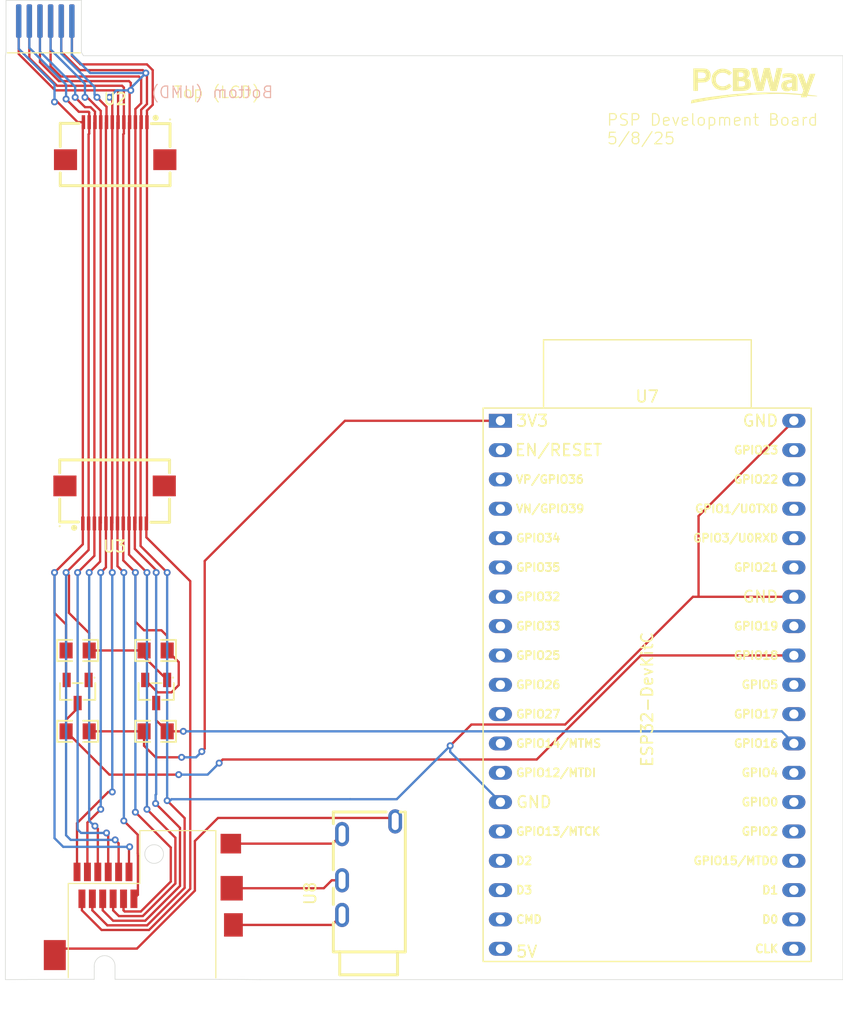
<source format=kicad_pcb>
(kicad_pcb (version 20240108) (generator "pcbnew") (generator_version "8.0")
  (layers (0 "F.Cu" signal) (31 "B.Cu" signal) (34 "B.Paste" user) (35 "F.Paste" user) (36 "B.SilkS" user "B.Silkscreen") (37 "F.SilkS" user "F.Silkscreen") (38 "B.Mask" user) (39 "F.Mask" user) (44 "Edge.Cuts" user))
  (net 0 "")
  (net 1 "/OUT_UART_VCC")
  (net 2 "/OUT_PSPRX")
  (net 3 "/PSPRX")
  (net 4 "/PSP_UART_VCC")
  (net 5 "/PSPTX")
  (net 6 "/OUT_PSPTX")
  (net 7 "/PSP_BLUE_LUME_PB")
  (net 8 "/PSP_WAKE")
  (net 9 "/GND")
  (net 10 "/PSP_VIDEO_DETECT")
  (net 11 "/LUMA_Y")
  (net 12 "/RED_LUMA_PR")
  (net 13 "/PSPMICIN")
  (net 18 "/audio4")
  (net 19 "/audio3")
  (net 20 "/audio2")
  (net 21 "/audio1")
  (footprint "jlcpcb:logo" (layer "F.Cu") (at 224.25 58.5)
    (property "Reference" "G***" (hide yes))
    (property "Value" "LOGO" (hide yes))
  )
  (footprint "jlcpcb:R0805" (layer "F.Cu") (at 165.75 107.5)
    (property "Reference" "R2" (hide yes))
    (property "Value" "0805W8F1002T5E")
    (pad "1" smd rect (at -1 0) (size 1.132537 1.377013) (layers "F.Cu" "F.Paste" "F.Mask") (net 3 "/PSPRX"))
    (pad "2" smd rect (at 1 0) (size 1.132537 1.377013) (layers "F.Cu" "F.Paste" "F.Mask") (net 4 "/PSP_UART_VCC"))
  )
  (footprint "PCM_Espressif:ESP32-DevKitC" (layer "F.Cu") (at 202.35 87.61)
    (property "Reference" "U7" (at 12.7 -2.1 0) (layer "F.SilkS"))
    (property "Value" "ESP32-DevKitC" (at 12.7 24.13 90) (layer "F.SilkS"))
    (fp_text user "GPIO18" (at 24.13 20.32 0) (layer "F.SilkS") (effects (font (size 0.7 0.7)) (justify right)))
    (fp_text user "GPIO23" (at 24.13 2.54 0) (layer "F.SilkS") (effects (font (size 0.7 0.7)) (justify right)))
    (fp_text user "D2" (at 1.27 38.1 0) (layer "F.SilkS") (effects (font (size 0.7 0.7)) (justify left)))
    (fp_text user "GPIO12/MTDI" (at 1.27 30.48 0) (layer "F.SilkS") (effects (font (size 0.7 0.7)) (justify left)))
    (fp_text user "GPIO32" (at 1.27 15.24 0) (layer "F.SilkS") (effects (font (size 0.7 0.7)) (justify left)))
    (fp_text user "GPIO26" (at 1.27 22.86 0) (layer "F.SilkS") (effects (font (size 0.7 0.7)) (justify left)))
    (fp_text user "GPIO1/U0TXD" (at 24.13 7.62 0) (layer "F.SilkS") (effects (font (size 0.7 0.7)) (justify right)))
    (fp_text user "GPIO21" (at 24.13 12.7 0) (layer "F.SilkS") (effects (font (size 0.7 0.7)) (justify right)))
    (fp_text user "GPIO17" (at 24.13 25.4 0) (layer "F.SilkS") (effects (font (size 0.7 0.7)) (justify right)))
    (fp_text user "D0" (at 24.13 43.18 0) (layer "F.SilkS") (effects (font (size 0.7 0.7)) (justify right)))
    (fp_text user "D3" (at 1.27 40.64 0) (layer "F.SilkS") (effects (font (size 0.7 0.7)) (justify left)))
    (fp_text user "3V3" (at 1.27 0 0) (layer "F.SilkS") (effects (justify left)))
    (fp_text user "CLK" (at 24.13 45.72 0) (layer "F.SilkS") (effects (font (size 0.7 0.7)) (justify right)))
    (fp_text user "EN/RESET" (at 8.88632 2.53728 0) (layer "F.SilkS") (effects (justify right)))
    (fp_text user "D1" (at 24.13 40.64 0) (layer "F.SilkS") (effects (font (size 0.7 0.7)) (justify right)))
    (fp_text user "GPIO15/MTDO" (at 24.13 38.1 0) (layer "F.SilkS") (effects (font (size 0.7 0.7)) (justify right)))
    (fp_text user "GPIO14/MTMS" (at 1.27 27.94 0) (layer "F.SilkS") (effects (font (size 0.7 0.7)) (justify left)))
    (fp_text user "GPIO2" (at 24.13 35.56 0) (layer "F.SilkS") (effects (font (size 0.7 0.7)) (justify right)))
    (fp_text user "CMD" (at 1.27 43.18 0) (layer "F.SilkS") (effects (font (size 0.7 0.7)) (justify left)))
    (fp_text user "GPIO19" (at 24.13 17.78 0) (layer "F.SilkS") (effects (font (size 0.7 0.7)) (justify right)))
    (fp_text user "GPIO4" (at 24.13 30.48 0) (layer "F.SilkS") (effects (font (size 0.7 0.7)) (justify right)))
    (fp_text user "GPIO5" (at 24.13 22.86 0) (layer "F.SilkS") (effects (font (size 0.7 0.7)) (justify right)))
    (fp_text user "GPIO25" (at 1.27 20.32 0) (layer "F.SilkS") (effects (font (size 0.7 0.7)) (justify left)))
    (fp_text user "GPIO34" (at 1.27 10.16 0) (layer "F.SilkS") (effects (font (size 0.7 0.7)) (justify left)))
    (fp_text user "VP/GPIO36" (at 1.27 5.08 0) (layer "F.SilkS") (effects (font (size 0.7 0.7)) (justify left)))
    (fp_text user "GPIO35" (at 1.27 12.7 0) (layer "F.SilkS") (effects (font (size 0.7 0.7)) (justify left)))
    (fp_text user "5V" (at 1.26632 45.97128 0) (layer "F.SilkS") (effects (justify left)))
    (fp_text user "GPIO3/U0RXD" (at 24.13 10.16 0) (layer "F.SilkS") (effects (font (size 0.7 0.7)) (justify right)))
    (fp_text user "GPIO13/MTCK" (at 1.27 35.56 0) (layer "F.SilkS") (effects (font (size 0.7 0.7)) (justify left)))
    (fp_text user "GPIO27" (at 1.27 25.4 0) (layer "F.SilkS") (effects (font (size 0.7 0.7)) (justify left)))
    (fp_text user "GND" (at 24.13 15.24 0) (layer "F.SilkS") (effects (justify right)))
    (fp_text user "GND" (at 24.13 0 0) (layer "F.SilkS") (effects (justify right)))
    (fp_text user "GPIO22" (at 24.13 5.08 0) (layer "F.SilkS") (effects (font (size 0.7 0.7)) (justify right)))
    (fp_text user "GPIO0" (at 24.13 33.02 0) (layer "F.SilkS") (effects (font (size 0.7 0.7)) (justify right)))
    (fp_text user "GND" (at 1.27 33.02 0) (layer "F.SilkS") (effects (justify left)))
    (fp_text user "GPIO33" (at 1.27 17.78 0) (layer "F.SilkS") (effects (font (size 0.7 0.7)) (justify left)))
    (fp_text user "VN/GPIO39" (at 1.27 7.62 0) (layer "F.SilkS") (effects (font (size 0.7 0.7)) (justify left)))
    (fp_text user "GPIO16" (at 24.13 27.94 0) (layer "F.SilkS") (effects (font (size 0.7 0.7)) (justify right)))
    (pad "1" thru_hole rect (at 0 0 270) (size 1.2 2) (drill 0.8) (layers "*.Cu" "*.Mask") (net 1 "/OUT_UART_VCC"))
    (pad "2" thru_hole oval (at 0 2.54 270) (size 1.2 2) (drill 0.8) (layers "*.Cu" "*.Mask"))
    (pad "3" thru_hole oval (at 0 5.08 270) (size 1.2 2) (drill 0.8) (layers "*.Cu" "*.Mask"))
    (pad "4" thru_hole oval (at 0 7.62 270) (size 1.2 2) (drill 0.8) (layers "*.Cu" "*.Mask"))
    (pad "5" thru_hole oval (at 0 10.16 270) (size 1.2 2) (drill 0.8) (layers "*.Cu" "*.Mask"))
    (pad "6" thru_hole oval (at 0 12.7 270) (size 1.2 2) (drill 0.8) (layers "*.Cu" "*.Mask"))
    (pad "7" thru_hole oval (at 0 15.24 270) (size 1.2 2) (drill 0.8) (layers "*.Cu" "*.Mask"))
    (pad "8" thru_hole oval (at 0 17.78 270) (size 1.2 2) (drill 0.8) (layers "*.Cu" "*.Mask"))
    (pad "9" thru_hole oval (at 0 20.32 270) (size 1.2 2) (drill 0.8) (layers "*.Cu" "*.Mask"))
    (pad "10" thru_hole oval (at 0 22.86 270) (size 1.2 2) (drill 0.8) (layers "*.Cu" "*.Mask"))
    (pad "11" thru_hole oval (at 0 25.4 270) (size 1.2 2) (drill 0.8) (layers "*.Cu" "*.Mask"))
    (pad "12" thru_hole oval (at 0 27.94 270) (size 1.2 2) (drill 0.8) (layers "*.Cu" "*.Mask"))
    (pad "13" thru_hole oval (at 0 30.48 270) (size 1.2 2) (drill 0.8) (layers "*.Cu" "*.Mask"))
    (pad "14" thru_hole oval (at 0 33.02 270) (size 1.2 2) (drill 0.8) (layers "*.Cu" "*.Mask") (net 9 "/GND"))
    (pad "15" thru_hole oval (at 0 35.56 270) (size 1.2 2) (drill 0.8) (layers "*.Cu" "*.Mask"))
    (pad "16" thru_hole oval (at 0 38.1 270) (size 1.2 2) (drill 0.8) (layers "*.Cu" "*.Mask"))
    (pad "17" thru_hole oval (at 0 40.64 270) (size 1.2 2) (drill 0.8) (layers "*.Cu" "*.Mask"))
    (pad "18" thru_hole oval (at 0 43.18 270) (size 1.2 2) (drill 0.8) (layers "*.Cu" "*.Mask"))
    (pad "19" thru_hole oval (at 0 45.72 270) (size 1.2 2) (drill 0.8) (layers "*.Cu" "*.Mask"))
    (pad "20" thru_hole oval (at 25.39632 45.71728 270) (size 1.2 2) (drill 0.8) (layers "*.Cu" "*.Mask"))
    (pad "21" thru_hole oval (at 25.39632 43.17728 270) (size 1.2 2) (drill 0.8) (layers "*.Cu" "*.Mask"))
    (pad "22" thru_hole oval (at 25.4 40.64 270) (size 1.2 2) (drill 0.8) (layers "*.Cu" "*.Mask"))
    (pad "23" thru_hole oval (at 25.4 38.1 270) (size 1.2 2) (drill 0.8) (layers "*.Cu" "*.Mask"))
    (pad "24" thru_hole oval (at 25.4 35.56 270) (size 1.2 2) (drill 0.8) (layers "*.Cu" "*.Mask"))
    (pad "25" thru_hole oval (at 25.4 33.02 270) (size 1.2 2) (drill 0.8) (layers "*.Cu" "*.Mask"))
    (pad "26" thru_hole oval (at 25.4 30.48 270) (size 1.2 2) (drill 0.8) (layers "*.Cu" "*.Mask"))
    (pad "27" thru_hole oval (at 25.4 27.94 270) (size 1.2 2) (drill 0.8) (layers "*.Cu" "*.Mask") (net 6 "/OUT_PSPTX"))
    (pad "28" thru_hole oval (at 25.4 25.4 270) (size 1.2 2) (drill 0.8) (layers "*.Cu" "*.Mask"))
    (pad "29" thru_hole oval (at 25.4 22.86 270) (size 1.2 2) (drill 0.8) (layers "*.Cu" "*.Mask"))
    (pad "30" thru_hole oval (at 25.4 20.32 270) (size 1.2 2) (drill 0.8) (layers "*.Cu" "*.Mask") (net 2 "/OUT_PSPRX"))
    (pad "31" thru_hole oval (at 25.4 17.78 270) (size 1.2 2) (drill 0.8) (layers "*.Cu" "*.Mask"))
    (pad "32" thru_hole oval (at 25.4 15.24 270) (size 1.2 2) (drill 0.8) (layers "*.Cu" "*.Mask") (net 9 "/GND"))
    (pad "33" thru_hole oval (at 25.4 12.7 270) (size 1.2 2) (drill 0.8) (layers "*.Cu" "*.Mask"))
    (pad "34" thru_hole oval (at 25.4 10.16 270) (size 1.2 2) (drill 0.8) (layers "*.Cu" "*.Mask"))
    (pad "35" thru_hole oval (at 25.4 7.62 270) (size 1.2 2) (drill 0.8) (layers "*.Cu" "*.Mask"))
    (pad "36" thru_hole oval (at 25.4 5.08 270) (size 1.2 2) (drill 0.8) (layers "*.Cu" "*.Mask"))
    (pad "37" thru_hole oval (at 25.4 2.54 270) (size 1.2 2) (drill 0.8) (layers "*.Cu" "*.Mask"))
    (pad "38" thru_hole oval (at 25.4 0 270) (size 1.2 2) (drill 0.8) (layers "*.Cu" "*.Mask") (net 9 "/GND"))
  )
  (footprint "jlcpcb:R0805" (layer "F.Cu") (at 165.75 114.5)
    (property "Reference" "R1" (hide yes))
    (property "Value" "0805W8F1002T5E")
    (pad "1" smd rect (at -1 0) (size 1.132537 1.377013) (layers "F.Cu" "F.Paste" "F.Mask") (net 2 "/OUT_PSPRX"))
    (pad "2" smd rect (at 1 0) (size 1.132537 1.377013) (layers "F.Cu" "F.Paste" "F.Mask") (net 1 "/OUT_UART_VCC"))
  )
  (footprint "psp:TVOut Connector" (layer "F.Cu") (at 171.4625 132.5)
    (property "Reference" "U6" (hide yes))
    (property "Value" "~" (hide yes))
    (fp_line (start -4.275 3.475) (end -6.7875 3.475) (stroke (width 0.05)) (layer "Edge.Cuts"))
    (fp_line (start -4.274062 2.373093) (end -4.275 3.475) (stroke (width 0.05)) (layer "Edge.Cuts"))
    (fp_line (start -2.475 3.475) (end -2.475 2.35) (stroke (width 0.05)) (layer "Edge.Cuts"))
    (fp_line (start -2.475 3.475) (end 6.575 3.475) (stroke (width 0.05)) (layer "Edge.Cuts"))
    (fp_arc (start -4.274062 2.373093) (mid -3.386556 1.424727) (end -2.475 2.35) (stroke (width 0.05)) (layer "Edge.Cuts"))
    (fp_circle (center 0.909706 -7.375) (end 1.709706 -7.25) (stroke (width 0.05)) (fill none) (layer "Edge.Cuts"))
    (pad "1" smd rect (at 7.547206 -8.275) (size 1.775 1.7) (layers "F.Cu" "F.Paste" "F.Mask") (net 21 "/audio1"))
    (pad "2" smd rect (at 7.622206 -4.4125) (size 1.925 2.125) (layers "F.Cu" "F.Paste" "F.Mask") (net 20 "/audio2"))
    (pad "3" smd rect (at -7.690294 1.375) (size 1.9 2.6) (layers "F.Cu" "F.Paste" "F.Mask") (net 19 "/audio3"))
    (pad "4" smd rect (at 7.772206 -1.2375) (size 1.625 2.025) (layers "F.Cu" "F.Paste" "F.Mask") (net 18 "/audio4"))
    (pad "5" smd rect (at -0.840294 -3.5) (size 0.6 1.6) (layers "F.Cu" "F.Paste" "F.Mask") (net 13 "/PSPMICIN"))
    (pad "6" smd rect (at -1.740294 -3.5) (size 0.6 1.6) (layers "F.Cu" "F.Paste" "F.Mask") (net 5 "/PSPTX"))
    (pad "7" smd rect (at -2.640294 -3.5) (size 0.6 1.6) (layers "F.Cu" "F.Paste" "F.Mask") (net 9 "/GND"))
    (pad "8" smd rect (at -3.540294 -3.5) (size 0.6 1.6) (layers "F.Cu" "F.Paste" "F.Mask") (net 11 "/LUMA_Y"))
    (pad "9" smd rect (at -4.440294 -3.5) (size 0.6 1.6) (layers "F.Cu" "F.Paste" "F.Mask") (net 9 "/GND"))
    (pad "10" smd rect (at -5.340294 -3.5) (size 0.6 1.6) (layers "F.Cu" "F.Paste" "F.Mask") (net 12 "/RED_LUMA_PR"))
    (pad "11" smd rect (at -1.265294 -5.825) (size 0.6 1.6) (layers "F.Cu" "F.Paste" "F.Mask") (net 3 "/PSPRX"))
    (pad "12" smd rect (at -2.165294 -5.825) (size 0.6 1.6) (layers "F.Cu" "F.Paste" "F.Mask") (net 4 "/PSP_UART_VCC"))
    (pad "13" smd rect (at -3.065294 -5.825) (size 0.6 1.6) (layers "F.Cu" "F.Paste" "F.Mask") (net 10 "/PSP_VIDEO_DETECT"))
    (pad "14" smd rect (at -3.965294 -5.825) (size 0.6 1.6) (layers "F.Cu" "F.Paste" "F.Mask") (net 8 "/PSP_WAKE"))
    (pad "15" smd rect (at -4.865294 -5.825) (size 0.6 1.6) (layers "F.Cu" "F.Paste" "F.Mask") (net 7 "/PSP_BLUE_LUME_PB"))
    (pad "16" smd rect (at -5.765294 -5.825) (size 0.6 1.6) (layers "F.Cu" "F.Paste" "F.Mask") (net 9 "/GND"))
  )
  (footprint "jlcpcb:SOT-23-3_L2.9-W1.3-P1.90-LS2.4-BR" (layer "F.Cu") (at 172.550038 111.050038 90)
    (property "Reference" "U5" (hide yes))
    (property "Value" "BSS138_C7420339" (hide yes))
    (pad "1" smd rect (at 1 0.949962 90) (size 1.250013 0.7) (layers "F.Cu" "F.Paste" "F.Mask") (net 4 "/PSP_UART_VCC"))
    (pad "2" smd rect (at 1 -0.949962 90) (size 1.250013 0.7) (layers "F.Cu" "F.Paste" "F.Mask") (net 5 "/PSPTX"))
    (pad "3" smd rect (at -1 0 90) (size 1.250013 0.7) (layers "F.Cu" "F.Paste" "F.Mask") (net 6 "/OUT_PSPTX"))
  )
  (footprint "jlcpcb:SOT-23-3_L2.9-W1.3-P1.90-LS2.4-BR" (layer "F.Cu") (at 165.75 111.050038 90)
    (property "Reference" "U4" (hide yes))
    (property "Value" "BSS138_C7420339")
    (pad "1" smd rect (at 1 0.949962 90) (size 1.250013 0.7) (layers "F.Cu" "F.Paste" "F.Mask") (net 4 "/PSP_UART_VCC"))
    (pad "2" smd rect (at 1 -0.949962 90) (size 1.250013 0.7) (layers "F.Cu" "F.Paste" "F.Mask") (net 3 "/PSPRX"))
    (pad "3" smd rect (at -1 0 90) (size 1.250013 0.7) (layers "F.Cu" "F.Paste" "F.Mask") (net 2 "/OUT_PSPRX"))
  )
  (footprint "jlcpcb:R0805" (layer "F.Cu") (at 172.5 107.5 180)
    (property "Reference" "R3" (hide yes))
    (property "Value" "0805W8F1002T5E")
    (pad "1" smd rect (at -1 0 180) (size 1.132537 1.377013) (layers "F.Cu" "F.Paste" "F.Mask") (net 5 "/PSPTX"))
    (pad "2" smd rect (at 1 0 180) (size 1.132537 1.377013) (layers "F.Cu" "F.Paste" "F.Mask") (net 4 "/PSP_UART_VCC"))
  )
  (footprint "psp:TVOut Cable" (layer "F.Cu") (at 168.675 60.3)
    (property "Reference" "U1" (hide yes))
    (property "Value" "~" (hide yes))
    (fp_line (start -9.125 -9.1) (end -9.125 -4.6) (stroke (width 0.05)) (layer "Edge.Cuts"))
    (fp_line (start -2.6 -9.1) (end -9.125 -9.1) (stroke (width 0.05)) (layer "Edge.Cuts"))
    (fp_line (start -2.6 -4.6) (end -2.6 -9.1) (stroke (width 0.05)) (layer "Edge.Cuts"))
    (pad "1" smd roundrect (at -8.025 -7.3 180) (size 0.47 2.9) (layers "F.Cu" "F.Paste" "F.Mask") (net 13 "/PSPMICIN"))
    (pad "2" smd roundrect (at -7.105 -7.3 180) (size 0.47 2.9) (layers "F.Cu" "F.Paste" "F.Mask") (net 5 "/PSPTX"))
    (pad "3" smd roundrect (at -6.185 -7.3 180) (size 0.47 2.9) (layers "F.Cu" "F.Paste" "F.Mask") (net 9 "/GND"))
    (pad "4" smd roundrect (at -5.265 -7.3 180) (size 0.47 2.9) (layers "F.Cu" "F.Paste" "F.Mask") (net 11 "/LUMA_Y"))
    (pad "5" smd roundrect (at -4.345 -7.3 180) (size 0.47 2.9) (layers "F.Cu" "F.Paste" "F.Mask") (net 9 "/GND"))
    (pad "6" smd roundrect (at -3.425 -7.3 180) (size 0.47 2.9) (layers "F.Cu" "F.Paste" "F.Mask") (net 12 "/RED_LUMA_PR"))
    (pad "7" smd roundrect (at -8.025 -7.3 180) (size 0.47 2.9) (layers "B.Cu" "B.Paste" "B.Mask") (net 3 "/PSPRX"))
    (pad "8" smd roundrect (at -7.105 -7.3 180) (size 0.47 2.9) (layers "B.Cu" "B.Paste" "B.Mask") (net 4 "/PSP_UART_VCC"))
    (pad "9" smd roundrect (at -6.185 -7.3 180) (size 0.47 2.9) (layers "B.Cu" "B.Paste" "B.Mask") (net 10 "/PSP_VIDEO_DETECT"))
    (pad "10" smd roundrect (at -5.265 -7.3 180) (size 0.47 2.9) (layers "B.Cu" "B.Paste" "B.Mask") (net 8 "/PSP_WAKE"))
    (pad "11" smd roundrect (at -4.345 -7.3 180) (size 0.47 2.9) (layers "B.Cu" "B.Paste" "B.Mask") (net 7 "/PSP_BLUE_LUME_PB"))
    (pad "12" smd roundrect (at -3.425 -7.3 180) (size 0.47 2.9) (layers "B.Cu" "B.Paste" "B.Mask") (net 9 "/GND"))
  )
  (footprint "jlcpcb:FPC-SMD_12P-P0.50_XUNPU_FPC-05FB-12PH20" (layer "F.Cu") (at 169 63.378969)
    (property "Reference" "U2" (at -0.001537 -3.624968 0) (layer "F.SilkS"))
    (property "Value" "FPC-05FB-12PH20")
    (pad "1" smd rect (at 2.750064 -1.624968) (size 0.3 1.2) (layers "F.Cu" "F.Paste" "F.Mask") (net 12 "/RED_LUMA_PR"))
    (pad "2" smd rect (at 2.249936 -1.624968) (size 0.3 1.2) (layers "F.Cu" "F.Paste" "F.Mask") (net 9 "/GND"))
    (pad "3" smd rect (at 1.750064 -1.624968) (size 0.3 1.2) (layers "F.Cu" "F.Paste" "F.Mask") (net 11 "/LUMA_Y"))
    (pad "4" smd rect (at 1.249936 -1.624968) (size 0.3 1.2) (layers "F.Cu" "F.Paste" "F.Mask") (net 9 "/GND"))
    (pad "5" smd rect (at 0.750064 -1.624968) (size 0.3 1.2) (layers "F.Cu" "F.Paste" "F.Mask") (net 5 "/PSPTX"))
    (pad "6" smd rect (at 0.249936 -1.624968) (size 0.3 1.2) (layers "F.Cu" "F.Paste" "F.Mask") (net 13 "/PSPMICIN"))
    (pad "7" smd rect (at -0.249936 -1.624968) (size 0.3 1.2) (layers "F.Cu" "F.Paste" "F.Mask") (net 9 "/GND"))
    (pad "8" smd rect (at -0.750064 -1.624968) (size 0.3 1.2) (layers "F.Cu" "F.Paste" "F.Mask") (net 7 "/PSP_BLUE_LUME_PB"))
    (pad "9" smd rect (at -1.249936 -1.624968) (size 0.3 1.2) (layers "F.Cu" "F.Paste" "F.Mask") (net 8 "/PSP_WAKE"))
    (pad "10" smd rect (at -1.750064 -1.624968) (size 0.3 1.2) (layers "F.Cu" "F.Paste" "F.Mask") (net 10 "/PSP_VIDEO_DETECT"))
    (pad "11" smd rect (at -2.249936 -1.624968) (size 0.3 1.2) (layers "F.Cu" "F.Paste" "F.Mask") (net 4 "/PSP_UART_VCC"))
    (pad "12" smd rect (at -2.750064 -1.624968) (size 0.3 1.2) (layers "F.Cu" "F.Paste" "F.Mask") (net 3 "/PSPRX"))
    (pad "13" smd rect (at -4.299975 1.624968) (size 2 1.8) (layers "F.Cu" "F.Paste" "F.Mask"))
    (pad "14" smd rect (at 4.299975 1.624968) (size 2 1.8) (layers "F.Cu" "F.Paste" "F.Mask"))
  )
  (footprint "jlcpcb:R0805" (layer "F.Cu") (at 172.5 114.5 180)
    (property "Reference" "R4" (hide yes))
    (property "Value" "0805W8F1002T5E")
    (pad "1" smd rect (at -1 0 180) (size 1.132537 1.377013) (layers "F.Cu" "F.Paste" "F.Mask") (net 6 "/OUT_PSPTX"))
    (pad "2" smd rect (at 1 0 180) (size 1.132537 1.377013) (layers "F.Cu" "F.Paste" "F.Mask") (net 1 "/OUT_UART_VCC"))
  )
  (footprint "jlcpcb:FPC-SMD_12P-P0.50_XUNPU_FPC-05FB-12PH20" (layer "F.Cu") (at 168.950025 94.874968 180)
    (property "Reference" "U3" (at -0.001537 -3.624968 0) (layer "F.SilkS"))
    (property "Value" "FPC-05FB-12PH20")
    (pad "1" smd rect (at 2.750064 -1.624968 180) (size 0.3 1.2) (layers "F.Cu" "F.Paste" "F.Mask") (net 3 "/PSPRX"))
    (pad "2" smd rect (at 2.249936 -1.624968 180) (size 0.3 1.2) (layers "F.Cu" "F.Paste" "F.Mask") (net 4 "/PSP_UART_VCC"))
    (pad "3" smd rect (at 1.750064 -1.624968 180) (size 0.3 1.2) (layers "F.Cu" "F.Paste" "F.Mask") (net 10 "/PSP_VIDEO_DETECT"))
    (pad "4" smd rect (at 1.249936 -1.624968 180) (size 0.3 1.2) (layers "F.Cu" "F.Paste" "F.Mask") (net 8 "/PSP_WAKE"))
    (pad "5" smd rect (at 0.750064 -1.624968 180) (size 0.3 1.2) (layers "F.Cu" "F.Paste" "F.Mask") (net 7 "/PSP_BLUE_LUME_PB"))
    (pad "6" smd rect (at 0.249936 -1.624968 180) (size 0.3 1.2) (layers "F.Cu" "F.Paste" "F.Mask") (net 9 "/GND"))
    (pad "7" smd rect (at -0.249936 -1.624968 180) (size 0.3 1.2) (layers "F.Cu" "F.Paste" "F.Mask") (net 13 "/PSPMICIN"))
    (pad "8" smd rect (at -0.750064 -1.624968 180) (size 0.3 1.2) (layers "F.Cu" "F.Paste" "F.Mask") (net 5 "/PSPTX"))
    (pad "9" smd rect (at -1.249936 -1.624968 180) (size 0.3 1.2) (layers "F.Cu" "F.Paste" "F.Mask") (net 9 "/GND"))
    (pad "10" smd rect (at -1.750064 -1.624968 180) (size 0.3 1.2) (layers "F.Cu" "F.Paste" "F.Mask") (net 11 "/LUMA_Y"))
    (pad "11" smd rect (at -2.249936 -1.624968 180) (size 0.3 1.2) (layers "F.Cu" "F.Paste" "F.Mask") (net 9 "/GND"))
    (pad "12" smd rect (at -2.750064 -1.624968 180) (size 0.3 1.2) (layers "F.Cu" "F.Paste" "F.Mask") (net 12 "/RED_LUMA_PR"))
    (pad "13" smd rect (at -4.299975 1.624968 180) (size 2 1.8) (layers "F.Cu" "F.Paste" "F.Mask"))
    (pad "14" smd rect (at 4.299975 1.624968 180) (size 2 1.8) (layers "F.Cu" "F.Paste" "F.Mask"))
  )
  (footprint "jlcpcb:AUDIO-TH_PJ-320A-4P-DIP" (layer "F.Cu") (at 190.940412 126.350013 90)
    (property "Reference" "U8" (at -2.183934 -5.055855 90) (layer "F.SilkS"))
    (property "Value" "PJ-320A-4P_DIP")
    (pad "" np_thru_hole circle (at -5.649987 0 90) (size 1.2 1.2) (drill 1.2) (layers "*.Cu" "*.Mask"))
    (pad "" np_thru_hole circle (at 1.350013 0 90) (size 1.2 1.2) (drill 1.2) (layers "*.Cu" "*.Mask"))
    (pad "A" thru_hole oval (at 4.050038 2.299975 180) (size 1.2 2.1) (drill oval 0.6 1.5) (layers "*.Cu" "*.Mask") (net 19 "/audio3"))
    (pad "B" thru_hole oval (at -4.050038 -2.299975 180) (size 1.2 2.1) (drill oval 0.6 1.5) (layers "*.Cu" "*.Mask") (net 18 "/audio4"))
    (pad "C" thru_hole oval (at -1.050038 -2.299975 180) (size 1.2 2.1) (drill oval 0.6 1.5) (layers "*.Cu" "*.Mask") (net 20 "/audio2"))
    (pad "D" thru_hole oval (at 2.949962 -2.299975 180) (size 1.2 2.1) (drill oval 0.6 1.5) (layers "*.Cu" "*.Mask") (net 21 "/audio1"))
  )
  (gr_line (start 178.0375 135.975) (end 181.5 136) (stroke (width 0.05)) (layer "Edge.Cuts"))
  (gr_line (start 166.25 56) (end 232 56) (stroke (width 0.05)) (layer "Edge.Cuts"))
  (gr_line (start 232 136) (end 232 56) (stroke (width 0.05)) (layer "Edge.Cuts"))
  (gr_line (start 164.675 135.975) (end 159.5 136) (stroke (width 0.05)) (layer "Edge.Cuts"))
  (gr_line (start 159.5 136) (end 159.5 56) (stroke (width 0.05)) (layer "Edge.Cuts"))
  (gr_line (start 181.5 136) (end 232 136) (stroke (width 0.05)) (layer "Edge.Cuts"))
  (gr_line (start 159.55 55.7) (end 159.5 56) (stroke (width 0.05)) (layer "Edge.Cuts"))
  (gr_line (start 166.075 55.7) (end 166.25 56) (stroke (width 0.05)) (layer "Edge.Cuts"))
  (gr_text "Bottom (UMD)" (at 182.75 59.75 0) (layer "B.SilkS") (effects (font (size 1 1) (thickness 0.1)) (justify left bottom mirror)))
  (gr_text "PSP Development Board\n5/8/25" (at 211.5 63.75 0) (layer "F.SilkS") (effects (font (size 1 1) (thickness 0.1)) (justify left bottom)))
  (gr_text "Top (LCD)" (at 174 59.75 0) (layer "F.SilkS") (effects (font (size 1 1) (thickness 0.1)) (justify left bottom)))
  (segment (start 171.5 114.5) (end 171.5 115.75) (width 0.2) (layer "F.Cu") (net 1))
  (segment (start 176.5 116.25) (end 176.75 116) (width 0.2) (layer "F.Cu") (net 1))
  (segment (start 166.75 114.5) (end 171.5 114.5) (width 0.2) (layer "F.Cu") (net 1))
  (segment (start 188.89 87.61) (end 202.35 87.61) (width 0.2) (layer "F.Cu") (net 1))
  (segment (start 176.75 116) (end 176.75 99.75) (width 0.2) (layer "F.Cu") (net 1))
  (segment (start 171.5 115.75) (end 172.5 116.75) (width 0.2) (layer "F.Cu") (net 1))
  (segment (start 176.75 99.75) (end 188.89 87.61) (width 0.2) (layer "F.Cu") (net 1))
  (segment (start 172.5 116.75) (end 175 116.75) (width 0.2) (layer "F.Cu") (net 1))
  (via (at 174.75 116.75) (size 0.6) (drill 0.3) (layers "F.Cu" "B.Cu") (net 1))
  (via (at 176.5 116.25) (size 0.6) (drill 0.3) (layers "F.Cu" "B.Cu") (net 1))
  (segment (start 176 116.75) (end 176.5 116.25) (width 0.2) (layer "B.Cu") (net 1))
  (segment (start 174.75 116.75) (end 176 116.75) (width 0.2) (layer "B.Cu") (net 1))
  (segment (start 214.5 107.93) (end 227.75 107.93) (width 0.2) (layer "F.Cu") (net 2))
  (segment (start 165.75 112.050038) (end 165.75 112.5) (width 0.2) (layer "F.Cu") (net 2))
  (segment (start 164.75 113.5) (end 164.75 114.5) (width 0.2) (layer "F.Cu") (net 2))
  (segment (start 168.5 118.25) (end 174.5 118.25) (width 0.2) (layer "F.Cu") (net 2))
  (segment (start 178 117.25) (end 178.31 116.94) (width 0.2) (layer "F.Cu") (net 2))
  (segment (start 165.75 112.5) (end 164.75 113.5) (width 0.2) (layer "F.Cu") (net 2))
  (segment (start 205.49 116.94) (end 214.5 107.93) (width 0.2) (layer "F.Cu") (net 2))
  (segment (start 164.75 114.5) (end 168.5 118.25) (width 0.2) (layer "F.Cu") (net 2))
  (segment (start 178.31 116.94) (end 205.49 116.94) (width 0.2) (layer "F.Cu") (net 2))
  (via (at 178 117.25) (size 0.6) (drill 0.3) (layers "F.Cu" "B.Cu") (net 2))
  (via (at 174.5 118.25) (size 0.6) (drill 0.3) (layers "F.Cu" "B.Cu") (net 2))
  (segment (start 177 118.25) (end 178 117.25) (width 0.2) (layer "B.Cu") (net 2))
  (segment (start 174.5 118.25) (end 177 118.25) (width 0.2) (layer "B.Cu") (net 2))
  (segment (start 163.75 60) (end 164 60) (width 0.2) (layer "F.Cu") (net 3))
  (segment (start 170.197206 126.675) (end 170.197206 124.552794) (width 0.2) (layer "F.Cu") (net 3))
  (segment (start 164.75 110) (end 164.800038 110.050038) (width 0.2) (layer "F.Cu") (net 3))
  (segment (start 164 60) (end 165.754001 61.754001) (width 0.2) (layer "F.Cu") (net 3))
  (segment (start 163.75 104.25) (end 163.75 100.75) (width 0.2) (layer "F.Cu") (net 3))
  (segment (start 165.754001 61.754001) (end 166.249936 61.754001) (width 0.2) (layer "F.Cu") (net 3))
  (segment (start 166.199961 61.803976) (end 166.249936 61.754001) (width 0.2) (layer "F.Cu") (net 3))
  (segment (start 166.199961 98.300039) (end 166.199961 96.499936) (width 0.2) (layer "F.Cu") (net 3))
  (segment (start 164.75 107.5) (end 164.75 110) (width 0.2) (layer "F.Cu") (net 3))
  (segment (start 164.75 107.5) (end 164.75 105.25) (width 0.2) (layer "F.Cu") (net 3))
  (segment (start 170.197206 124.552794) (end 170.25 124.5) (width 0.2) (layer "F.Cu") (net 3))
  (segment (start 164.75 105.25) (end 163.75 104.25) (width 0.2) (layer "F.Cu") (net 3))
  (segment (start 163.75 100.75) (end 166.199961 98.300039) (width 0.2) (layer "F.Cu") (net 3))
  (segment (start 166.199961 96.499936) (end 166.199961 61.803976) (width 0.2) (layer "F.Cu") (net 3))
  (via (at 170.25 124.5) (size 0.6) (drill 0.3) (layers "F.Cu" "B.Cu") (net 3))
  (via (at 163.75 60) (size 0.6) (drill 0.3) (layers "F.Cu" "B.Cu") (net 3))
  (via (at 163.75 100.75) (size 0.6) (drill 0.3) (layers "F.Cu" "B.Cu") (net 3))
  (segment (start 164.5 124.5) (end 163.75 123.75) (width 0.2) (layer "B.Cu") (net 3))
  (segment (start 163.75 123.75) (end 163.75 100.75) (width 0.2) (layer "B.Cu") (net 3))
  (segment (start 163.75 58.5) (end 160.65 55.4) (width 0.2) (layer "B.Cu") (net 3))
  (segment (start 160.65 55.4) (end 160.65 53) (width 0.2) (layer "B.Cu") (net 3))
  (segment (start 170.25 124.5) (end 164.5 124.5) (width 0.2) (layer "B.Cu") (net 3))
  (segment (start 163.75 60) (end 163.75 58.5) (width 0.2) (layer "B.Cu") (net 3))
  (segment (start 169.297206 124.197206) (end 169 123.9) (width 0.2) (layer "F.Cu") (net 4))
  (segment (start 166.750064 61.754001) (end 166.750064 62.749936) (width 0.2) (layer "F.Cu") (net 4))
  (segment (start 164.75 100.75) (end 165 101) (width 0.2) (layer "F.Cu") (net 4))
  (segment (start 164.75 59.75) (end 165.854001 60.854001) (width 0.2) (layer "F.Cu") (net 4))
  (segment (start 165 104.25) (end 166.75 106) (width 0.2) (layer "F.Cu") (net 4))
  (segment (start 171.5 107.5) (end 166.75 107.5) (width 0.2) (layer "F.Cu") (net 4))
  (segment (start 171.5 107.5) (end 171.5 108.050038) (width 0.2) (layer "F.Cu") (net 4))
  (segment (start 164.75 100.75) (end 166.700089 98.799911) (width 0.2) (layer "F.Cu") (net 4))
  (segment (start 166.750064 62.749936) (end 166.700089 62.799911) (width 0.2) (layer "F.Cu") (net 4))
  (segment (start 166.75 106) (end 166.75 107.5) (width 0.2) (layer "F.Cu") (net 4))
  (segment (start 166.699936 60.854001) (end 166.750064 60.904129) (width 0.2) (layer "F.Cu") (net 4))
  (segment (start 171.5 108.050038) (end 173.5 110.050038) (width 0.2) (layer "F.Cu") (net 4))
  (segment (start 166.75 107.5) (end 166.75 110) (width 0.2) (layer "F.Cu") (net 4))
  (segment (start 166.75 110) (end 166.699962 110.050038) (width 0.2) (layer "F.Cu") (net 4))
  (segment (start 166.750064 60.904129) (end 166.750064 61.754001) (width 0.2) (layer "F.Cu") (net 4))
  (segment (start 165.854001 60.854001) (end 166.699936 60.854001) (width 0.2) (layer "F.Cu") (net 4))
  (segment (start 165 101) (end 165 104.25) (width 0.2) (layer "F.Cu") (net 4))
  (segment (start 166.700089 62.799911) (end 166.700089 96.499936) (width 0.2) (layer "F.Cu") (net 4))
  (segment (start 169.297206 126.675) (end 169.297206 124.197206) (width 0.2) (layer "F.Cu") (net 4))
  (segment (start 166.700089 98.799911) (end 166.700089 96.499936) (width 0.2) (layer "F.Cu") (net 4))
  (via (at 164.75 100.75) (size 0.6) (drill 0.3) (layers "F.Cu" "B.Cu") (net 4))
  (via (at 169 123.9) (size 0.6) (drill 0.3) (layers "F.Cu" "B.Cu") (net 4))
  (via (at 164.75 59.75) (size 0.6) (drill 0.3) (layers "F.Cu" "B.Cu") (net 4))
  (segment (start 164.75 58.5) (end 161.57 55.32) (width 0.2) (layer "B.Cu") (net 4))
  (segment (start 169 123.9) (end 165.15 123.9) (width 0.2) (layer "B.Cu") (net 4))
  (segment (start 164.75 59.75) (end 164.75 58.5) (width 0.2) (layer "B.Cu") (net 4))
  (segment (start 165.15 123.9) (end 164.75 123.5) (width 0.2) (layer "B.Cu") (net 4))
  (segment (start 164.75 123.5) (end 164.75 100.75) (width 0.2) (layer "B.Cu") (net 4))
  (segment (start 161.57 55.32) (end 161.57 53) (width 0.2) (layer "B.Cu") (net 4))
  (segment (start 171.222206 130.1) (end 173.812705 127.509501) (width 0.2) (layer "F.Cu") (net 5))
  (segment (start 171.5 109.949962) (end 171.600076 110.050038) (width 0.2) (layer "F.Cu") (net 5))
  (segment (start 172.67507 111.125032) (end 173.874968 111.125032) (width 0.2) (layer "F.Cu") (net 5))
  (segment (start 169.6 58.6) (end 169.750064 58.750064) (width 0.2) (layer "F.Cu") (net 5))
  (segment (start 163.968628 58.6) (end 169.6 58.6) (width 0.2) (layer "F.Cu") (net 5))
  (segment (start 174.5 108.5) (end 173.5 107.5) (width 0.2) (layer "F.Cu") (net 5))
  (segment (start 173.874968 111.125032) (end 174.5 110.5) (width 0.2) (layer "F.Cu") (net 5))
  (segment (start 170.75 105) (end 171.5 105.75) (width 0.2) (layer "F.Cu") (net 5))
  (segment (start 161.57 53) (end 161.57 56.201372) (width 0.2) (layer "F.Cu") (net 5))
  (segment (start 169.700089 62.799911) (end 169.700089 96.499936) (width 0.2) (layer "F.Cu") (net 5))
  (segment (start 169.822206 130.1) (end 171.222206 130.1) (width 0.2) (layer "F.Cu") (net 5))
  (segment (start 169.722206 130) (end 169.822206 130.1) (width 0.2) (layer "F.Cu") (net 5))
  (segment (start 169.750064 62.749936) (end 169.700089 62.799911) (width 0.2) (layer "F.Cu") (net 5))
  (segment (start 170.75 121.5) (end 173.812705 124.562705) (width 0.2) (layer "F.Cu") (net 5))
  (segment (start 171.600076 110.050038) (end 172.67507 111.125032) (width 0.2) (layer "F.Cu") (net 5))
  (segment (start 169.750064 58.750064) (end 169.750064 61.754001) (width 0.2) (layer "F.Cu") (net 5))
  (segment (start 174.5 110.5) (end 174.5 108.5) (width 0.2) (layer "F.Cu") (net 5))
  (segment (start 173 105.75) (end 173.5 106.25) (width 0.2) (layer "F.Cu") (net 5))
  (segment (start 171.5 105.75) (end 173 105.75) (width 0.2) (layer "F.Cu") (net 5))
  (segment (start 173.812705 127.509501) (end 173.812705 124.562705) (width 0.2) (layer "F.Cu") (net 5))
  (segment (start 169.750064 61.754001) (end 169.750064 62.749936) (width 0.2) (layer "F.Cu") (net 5))
  (segment (start 169.700089 96.499936) (end 169.700089 99.700089) (width 0.2) (layer "F.Cu") (net 5))
  (segment (start 169.700089 99.700089) (end 170.75 100.75) (width 0.2) (layer "F.Cu") (net 5))
  (segment (start 161.57 56.201372) (end 163.968628 58.6) (width 0.2) (layer "F.Cu") (net 5))
  (segment (start 173.5 106.25) (end 173.5 107.5) (width 0.2) (layer "F.Cu") (net 5))
  (segment (start 170.75 100.75) (end 170.75 105) (width 0.2) (layer "F.Cu") (net 5))
  (segment (start 169.722206 129) (end 169.722206 130) (width 0.2) (layer "F.Cu") (net 5))
  (via (at 170.75 100.75) (size 0.6) (drill 0.3) (layers "F.Cu" "B.Cu") (net 5))
  (via (at 170.75 121.5) (size 0.6) (drill 0.3) (layers "F.Cu" "B.Cu") (net 5))
  (segment (start 170.75 121.5) (end 170.75 100.75) (width 0.2) (layer "B.Cu") (net 5))
  (segment (start 173.5 114.5) (end 174.9 114.5) (width 0.2) (layer "F.Cu") (net 6))
  (segment (start 172.550038 113.550038) (end 173.5 114.5) (width 0.2) (layer "F.Cu") (net 6))
  (segment (start 172.550038 112.050038) (end 172.550038 113.550038) (width 0.2) (layer "F.Cu") (net 6))
  (via (at 174.9 114.5) (size 0.6) (drill 0.3) (layers "F.Cu" "B.Cu") (net 6))
  (segment (start 174.9 114.5) (end 226.7 114.5) (width 0.2) (layer "B.Cu") (net 6))
  (segment (start 226.7 114.5) (end 227.75 115.55) (width 0.2) (layer "B.Cu") (net 6))
  (segment (start 168.199961 96.499936) (end 168.199961 100.300039) (width 0.2) (layer "F.Cu") (net 7))
  (segment (start 168.199961 61.803976) (end 168.249936 61.754001) (width 0.2) (layer "F.Cu") (net 7))
  (segment (start 167.425834 59.6) (end 168.249936 60.424102) (width 0.2) (layer "F.Cu") (net 7))
  (segment (start 166.597206 126.675) (end 166.597206 122.402794) (width 0.2) (layer "F.Cu") (net 7))
  (segment (start 168.249936 60.424102) (end 168.249936 61.754001) (width 0.2) (layer "F.Cu") (net 7))
  (segment (start 166.597206 122.402794) (end 167.75 121.25) (width 0.2) (layer "F.Cu") (net 7))
  (segment (start 168.199961 96.499936) (end 168.199961 61.803976) (width 0.2) (layer "F.Cu") (net 7))
  (segment (start 168.199961 100.300039) (end 167.75 100.75) (width 0.2) (layer "F.Cu") (net 7))
  (via (at 167.75 121.25) (size 0.6) (drill 0.3) (layers "F.Cu" "B.Cu") (net 7))
  (via (at 167.75 100.75) (size 0.6) (drill 0.3) (layers "F.Cu" "B.Cu") (net 7))
  (via (at 167.425834 59.6) (size 0.6) (drill 0.3) (layers "F.Cu" "B.Cu") (net 7))
  (segment (start 167.425834 59.6) (end 167.215686 59.389852) (width 0.2) (layer "B.Cu") (net 7))
  (segment (start 167.215686 58.7) (end 164.33 55.814314) (width 0.2) (layer "B.Cu") (net 7))
  (segment (start 167.215686 59.389852) (end 167.215686 58.7) (width 0.2) (layer "B.Cu") (net 7))
  (segment (start 167.75 121.25) (end 167.75 100.75) (width 0.2) (layer "B.Cu") (net 7))
  (segment (start 164.33 55.814314) (end 164.33 53) (width 0.2) (layer "B.Cu") (net 7))
  (segment (start 166.75 100.75) (end 167.700089 99.799911) (width 0.2) (layer "F.Cu") (net 8))
  (segment (start 167.497206 126.675) (end 167.497206 122.947206) (width 0.2) (layer "F.Cu") (net 8))
  (segment (start 167.700089 99.799911) (end 167.700089 96.499936) (width 0.2) (layer "F.Cu") (net 8))
  (segment (start 167.750064 60.772757) (end 167.750064 61.754001) (width 0.2) (layer "F.Cu") (net 8))
  (segment (start 167.750064 96.449961) (end 167.700089 96.499936) (width 0.2) (layer "F.Cu") (net 8))
  (segment (start 166.384341 59.6) (end 166.577307 59.6) (width 0.2) (layer "F.Cu") (net 8))
  (segment (start 167.497206 122.947206) (end 167.25 122.7) (width 0.2) (layer "F.Cu") (net 8))
  (segment (start 167.750064 61.754001) (end 167.750064 96.449961) (width 0.2) (layer "F.Cu") (net 8))
  (segment (start 166.577307 59.6) (end 167.750064 60.772757) (width 0.2) (layer "F.Cu") (net 8))
  (via (at 167.25 122.7) (size 0.6) (drill 0.3) (layers "F.Cu" "B.Cu") (net 8))
  (via (at 166.75 100.75) (size 0.6) (drill 0.3) (layers "F.Cu" "B.Cu") (net 8))
  (via (at 166.384341 59.6) (size 0.6) (drill 0.3) (layers "F.Cu" "B.Cu") (net 8))
  (segment (start 167.2 122.7) (end 166.75 122.25) (width 0.2) (layer "B.Cu") (net 8))
  (segment (start 166.384341 58.434341) (end 163.41 55.46) (width 0.2) (layer "B.Cu") (net 8))
  (segment (start 167.25 122.7) (end 167.2 122.7) (width 0.2) (layer "B.Cu") (net 8))
  (segment (start 166.384341 59.6) (end 166.384341 58.434341) (width 0.2) (layer "B.Cu") (net 8))
  (segment (start 166.75 122.25) (end 166.75 100.75) (width 0.2) (layer "B.Cu") (net 8))
  (segment (start 163.41 55.46) (end 163.41 53) (width 0.2) (layer "B.Cu") (net 8))
  (segment (start 171.65 57.5) (end 171.75 57.6) (width 0.2) (layer "F.Cu") (net 9))
  (segment (start 170.350064 58.350064) (end 170.350064 59) (width 0.2) (layer "F.Cu") (net 9))
  (segment (start 168.750064 61.754001) (end 168.750064 96.449961) (width 0.2) (layer "F.Cu") (net 9))
  (segment (start 169.322206 130.5) (end 171.387892 130.5) (width 0.2) (layer "F.Cu") (net 9))
  (segment (start 170.199961 99.199961) (end 171.75 100.75) (width 0.2) (layer "F.Cu") (net 9))
  (segment (start 165.934314 57.25) (end 164.33 55.645686) (width 0.2) (layer "F.Cu") (net 9))
  (segment (start 207.954314 113.91) (end 219.014314 102.85) (width 0.2) (layer "F.Cu") (net 9))
  (segment (start 227.75 87.61) (end 219.5 95.86) (width 0.2) (layer "F.Cu") (net 9))
  (segment (start 164.134314 58.2) (end 170.2 58.2) (width 0.2) (layer "F.Cu") (net 9))
  (segment (start 165.697206 126.675) (end 165.697206 122.454265) (width 0.2) (layer "F.Cu") (net 9))
  (segment (start 168.822206 129) (end 168.822206 130) (width 0.2) (layer "F.Cu") (net 9))
  (segment (start 171.75 57.6) (end 171.75 60.184314) (width 0.2) (layer "F.Cu") (net 9))
  (segment (start 174.212705 123.712705) (end 171.75 121.25) (width 0.2) (layer "F.Cu") (net 9))
  (segment (start 175.012705 122.012705) (end 173.5 120.5) (width 0.2) (layer "F.Cu") (net 9))
  (segment (start 168.700089 100.700089) (end 168.75 100.75) (width 0.2) (layer "F.Cu") (net 9))
  (segment (start 168.401471 119.75) (end 168.75 119.75) (width 0.2) (layer "F.Cu") (net 9))
  (segment (start 171.199961 96.499936) (end 171.199961 98.449961) (width 0.2) (layer "F.Cu") (net 9))
  (segment (start 168.750064 96.449961) (end 168.700089 96.499936) (width 0.2) (layer "F.Cu") (net 9))
  (segment (start 170.199961 61.803976) (end 170.249936 61.754001) (width 0.2) (layer "F.Cu") (net 9))
  (segment (start 162.49 53) (end 162.49 56.555686) (width 0.2) (layer "F.Cu") (net 9))
  (segment (start 174.212705 127.675187) (end 174.212705 123.712705) (width 0.2) (layer "F.Cu") (net 9))
  (segment (start 171.65 57.5) (end 171.4 57.25) (width 0.2) (layer "F.Cu") (net 9))
  (segment (start 162.49 56.555686) (end 164.134314 58.2) (width 0.2) (layer "F.Cu") (net 9))
  (segment (start 171.4 57.25) (end 165.934314 57.25) (width 0.2) (layer "F.Cu") (net 9))
  (segment (start 171.199961 96.499936) (end 171.199961 61.803976) (width 0.2) (layer "F.Cu") (net 9))
  (segment (start 168.322206 131.3) (end 171.765686 131.3) (width 0.2) (layer "F.Cu") (net 9))
  (segment (start 219.014314 102.85) (end 219.5 102.85) (width 0.2) (layer "F.Cu") (net 9))
  (segment (start 170.199961 96.499936) (end 170.199961 61.803976) (width 0.2) (layer "F.Cu") (net 9))
  (segment (start 165.697206 122.454265) (end 168.401471 119.75) (width 0.2) (layer "F.Cu") (net 9))
  (segment (start 219.5 95.86) (end 219.5 102.85) (width 0.2) (layer "F.Cu") (net 9))
  (segment (start 170.350064 59) (end 170.249936 59.100128) (width 0.2) (layer "F.Cu") (net 9))
  (segment (start 171.75 60.184314) (end 171.249936 60.684378) (width 0.2) (layer "F.Cu") (net 9))
  (segment (start 170.199961 96.499936) (end 170.199961 99.199961) (width 0.2) (layer "F.Cu") (net 9))
  (segment (start 168.750064 59.850064) (end 168.750064 61.754001) (width 0.2) (layer "F.Cu") (net 9))
  (segment (start 171.765686 131.3) (end 175.012705 128.052981) (width 0.2) (layer "F.Cu") (net 9))
  (segment (start 168.5 59.6) (end 168.750064 59.850064) (width 0.2) (layer "F.Cu") (net 9))
  (segment (start 171.249936 60.684378) (end 171.249936 61.754001) (width 0.2) (layer "F.Cu") (net 9))
  (segment (start 167.022206 129) (end 167.022206 130) (width 0.2) (layer "F.Cu") (net 9))
  (segment (start 199.84 113.91) (end 207.954314 113.91) (width 0.2) (layer "F.Cu") (net 9))
  (segment (start 175.012705 128.052981) (end 175.012705 122.012705) (width 0.2) (layer "F.Cu") (net 9))
  (segment (start 168.822206 130) (end 169.322206 130.5) (width 0.2) (layer "F.Cu") (net 9))
  (segment (start 171.199961 61.803976) (end 171.249936 61.754001) (width 0.2) (layer "F.Cu") (net 9))
  (segment (start 171.199961 98.449961) (end 173.5 100.75) (width 0.2) (layer "F.Cu") (net 9))
  (segment (start 167.022206 130) (end 168.322206 131.3) (width 0.2) (layer "F.Cu") (net 9))
  (segment (start 170.2 58.2) (end 170.350064 58.350064) (width 0.2) (layer "F.Cu") (net 9))
  (segment (start 164.33 55.645686) (end 164.33 53) (width 0.2) (layer "F.Cu") (net 9))
  (segment (start 198 115.75) (end 199.84 113.91) (width 0.2) (layer "F.Cu") (net 9))
  (segment (start 168.700089 96.499936) (end 168.700089 100.700089) (width 0.2) (layer "F.Cu") (net 9))
  (segment (start 170.249936 59.100128) (end 170.249936 61.754001) (width 0.2) (layer "F.Cu") (net 9))
  (segment (start 219.5 102.85) (end 227.75 102.85) (width 0.2) (layer "F.Cu") (net 9))
  (segment (start 171.387892 130.5) (end 174.212705 127.675187) (width 0.2) (layer "F.Cu") (net 9))
  (via (at 168.5 59.6) (size 0.6) (drill 0.3) (layers "F.Cu" "B.Cu") (net 9))
  (via (at 168.75 100.75) (size 0.6) (drill 0.3) (layers "F.Cu" "B.Cu") (net 9))
  (via (at 171.75 100.75) (size 0.6) (drill 0.3) (layers "F.Cu" "B.Cu") (net 9))
  (via (at 171.75 121.25) (size 0.6) (drill 0.3) (layers "F.Cu" "B.Cu") (net 9))
  (via (at 168.75 119.75) (size 0.6) (drill 0.3) (layers "F.Cu" "B.Cu") (net 9))
  (via (at 171.65 57.5) (size 0.6) (drill 0.3) (layers "F.Cu" "B.Cu") (net 9))
  (via (at 198 115.75) (size 0.6) (drill 0.3) (layers "F.Cu" "B.Cu") (net 9))
  (via (at 170.350064 59) (size 0.6) (drill 0.3) (layers "F.Cu" "B.Cu") (net 9))
  (via (at 173.5 120.5) (size 0.6) (drill 0.3) (layers "F.Cu" "B.Cu") (net 9))
  (via (at 173.5 100.75) (size 0.6) (drill 0.3) (layers "F.Cu" "B.Cu") (net 9))
  (segment (start 171.75 121.25) (end 171.75 100.75) (width 0.2) (layer "B.Cu") (net 9))
  (segment (start 189.35 120.38) (end 193.37 120.38) (width 0.2) (layer "B.Cu") (net 9))
  (segment (start 169.1 59) (end 168.5 59.6) (width 0.2) (layer "B.Cu") (net 9))
  (segment (start 198 116.28) (end 202.35 120.63) (width 0.2) (layer "B.Cu") (net 9))
  (segment (start 165.25 55.910037) (end 166.839963 57.5) (width 0.2) (layer "B.Cu") (net 9))
  (segment (start 170.350064 58.799936) (end 171.65 57.5) (width 0.2) (layer "B.Cu") (net 9))
  (segment (start 170.350064 59) (end 169.1 59) (width 0.2) (layer "B.Cu") (net 9))
  (segment (start 165.25 53) (end 165.25 55.910037) (width 0.2) (layer "B.Cu") (net 9))
  (segment (start 173.5 120.5) (end 173.75 120.5) (width 0.2) (layer "B.Cu") (net 9))
  (segment (start 170.350064 59) (end 170.350064 58.799936) (width 0.2) (layer "B.Cu") (net 9))
  (segment (start 168.75 100.75) (end 168.75 119.75) (width 0.2) (layer "B.Cu") (net 9))
  (segment (start 173.75 120.5) (end 173.87 120.38) (width 0.2) (layer "B.Cu") (net 9))
  (segment (start 173.5 120.5) (end 173.5 100.75) (width 0.2) (layer "B.Cu") (net 9))
  (segment (start 198 115.75) (end 198 116.28) (width 0.2) (layer "B.Cu") (net 9))
  (segment (start 166.839963 57.5) (end 171.65 57.5) (width 0.2) (layer "B.Cu") (net 9))
  (segment (start 193.37 120.38) (end 198 115.75) (width 0.2) (layer "B.Cu") (net 9))
  (segment (start 173.87 120.38) (end 189.35 120.38) (width 0.2) (layer "B.Cu") (net 9))
  (segment (start 166.389814 60.454001) (end 166.865622 60.454001) (width 0.2) (layer "F.Cu") (net 10))
  (segment (start 167.249936 60.838315) (end 167.249936 61.754001) (width 0.2) (layer "F.Cu") (net 10))
  (segment (start 168.397206 123.447206) (end 168.25 123.3) (width 0.2) (layer "F.Cu") (net 10))
  (segment (start 167.199961 96.499936) (end 167.199961 61.803976) (width 0.2) (layer "F.Cu") (net 10))
  (segment (start 168.397206 126.675) (end 168.397206 123.447206) (width 0.2) (layer "F.Cu") (net 10))
  (segment (start 165.75 100.75) (end 167.199961 99.300039) (width 0.2) (layer "F.Cu") (net 10))
  (segment (start 167.199961 61.803976) (end 167.249936 61.754001) (width 0.2) (layer "F.Cu") (net 10))
  (segment (start 167.199961 99.300039) (end 167.199961 96.499936) (width 0.2) (layer "F.Cu") (net 10))
  (segment (start 166.865622 60.454001) (end 167.249936 60.838315) (width 0.2) (layer "F.Cu") (net 10))
  (segment (start 165.535813 59.6) (end 166.389814 60.454001) (width 0.2) (layer "F.Cu") (net 10))
  (via (at 168.25 123.3) (size 0.6) (drill 0.3) (layers "F.Cu" "B.Cu") (net 10))
  (via (at 165.75 100.75) (size 0.6) (drill 0.3) (layers "F.Cu" "B.Cu") (net 10))
  (via (at 165.535813 59.6) (size 0.6) (drill 0.3) (layers "F.Cu" "B.Cu") (net 10))
  (segment (start 168.25 123.3) (end 166.05 123.3) (width 0.2) (layer "B.Cu") (net 10))
  (segment (start 165.535813 58.687284) (end 162.49 55.641471) (width 0.2) (layer "B.Cu") (net 10))
  (segment (start 166.05 123.3) (end 165.75 123) (width 0.2) (layer "B.Cu") (net 10))
  (segment (start 165.535813 59.6) (end 165.535813 58.687284) (width 0.2) (layer "B.Cu") (net 10))
  (segment (start 165.75 123) (end 165.75 100.75) (width 0.2) (layer "B.Cu") (net 10))
  (segment (start 162.49 55.641471) (end 162.49 53) (width 0.2) (layer "B.Cu") (net 10))
  (segment (start 174.612705 122.862705) (end 172.5 120.75) (width 0.2) (layer "F.Cu") (net 11))
  (segment (start 163.41 53) (end 163.41 56.91) (width 0.2) (layer "F.Cu") (net 11))
  (segment (start 170.750064 60.618564) (end 170.750064 61.754001) (width 0.2) (layer "F.Cu") (net 11))
  (segment (start 170.700089 98.700089) (end 172.550003 100.550003) (width 0.2) (layer "F.Cu") (net 11))
  (segment (start 170.700089 96.499936) (end 170.700089 98.700089) (width 0.2) (layer "F.Cu") (net 11))
  (segment (start 167.922206 129) (end 167.922206 130) (width 0.2) (layer "F.Cu") (net 11))
  (segment (start 171.25 60.118628) (end 170.750064 60.618564) (width 0.2) (layer "F.Cu") (net 11))
  (segment (start 174.612705 127.887295) (end 174.612705 122.862705) (width 0.2) (layer "F.Cu") (net 11))
  (segment (start 170.750064 61.754001) (end 170.750064 96.449961) (width 0.2) (layer "F.Cu") (net 11))
  (segment (start 163.41 56.91) (end 164.3 57.8) (width 0.2) (layer "F.Cu") (net 11))
  (segment (start 171.6 130.9) (end 174.612705 127.887295) (width 0.2) (layer "F.Cu") (net 11))
  (segment (start 171.25 58) (end 171.25 60.118628) (width 0.2) (layer "F.Cu") (net 11))
  (segment (start 168.822206 130.9) (end 171.6 130.9) (width 0.2) (layer "F.Cu") (net 11))
  (segment (start 171.05 57.8) (end 171.25 58) (width 0.2) (layer "F.Cu") (net 11))
  (segment (start 167.922206 130) (end 168.822206 130.9) (width 0.2) (layer "F.Cu") (net 11))
  (segment (start 172.550003 100.550003) (end 172.550003 100.75) (width 0.2) (layer "F.Cu") (net 11))
  (segment (start 170.750064 96.449961) (end 170.700089 96.499936) (width 0.2) (layer "F.Cu") (net 11))
  (segment (start 164.3 57.8) (end 171.05 57.8) (width 0.2) (layer "F.Cu") (net 11))
  (via (at 172.5 120.75) (size 0.6) (drill 0.3) (layers "F.Cu" "B.Cu") (net 11))
  (via (at 172.550003 100.75) (size 0.6) (drill 0.3) (layers "F.Cu" "B.Cu") (net 11))
  (segment (start 172.5 120) (end 172.550003 119.949997) (width 0.2) (layer "B.Cu") (net 11))
  (segment (start 172.5 120.75) (end 172.5 120) (width 0.2) (layer "B.Cu") (net 11))
  (segment (start 172.550003 119.949997) (end 172.550003 100.75) (width 0.2) (layer "B.Cu") (net 11))
  (segment (start 171.750064 60.749936) (end 171.750064 61.754001) (width 0.2) (layer "F.Cu") (net 12))
  (segment (start 175.5 101.5) (end 175.5 128.131372) (width 0.2) (layer "F.Cu") (net 12))
  (segment (start 171.700089 97.700089) (end 175.5 101.5) (width 0.2) (layer "F.Cu") (net 12))
  (segment (start 172.25 57.25) (end 172.25 60.25) (width 0.2) (layer "F.Cu") (net 12))
  (segment (start 171.75 96.450025) (end 171.700089 96.499936) (width 0.2) (layer "F.Cu") (net 12))
  (segment (start 167.822206 131.7) (end 166.122206 130) (width 0.2) (layer "F.Cu") (net 12))
  (segment (start 165.25 56) (end 166 56.75) (width 0.2) (layer "F.Cu") (net 12))
  (segment (start 171.931372 131.7) (end 167.822206 131.7) (width 0.2) (layer "F.Cu") (net 12))
  (segment (start 171.750064 95.749936) (end 171.75 95.75) (width 0.2) (layer "F.Cu") (net 12))
  (segment (start 175.5 128.131372) (end 171.931372 131.7) (width 0.2) (layer "F.Cu") (net 12))
  (segment (start 165.25 53) (end 165.25 56) (width 0.2) (layer "F.Cu") (net 12))
  (segment (start 171.750064 61.754001) (end 171.750064 95.749936) (width 0.2) (layer "F.Cu") (net 12))
  (segment (start 171.75 56.75) (end 172.25 57.25) (width 0.2) (layer "F.Cu") (net 12))
  (segment (start 171.75 95.75) (end 171.75 96.450025) (width 0.2) (layer "F.Cu") (net 12))
  (segment (start 166 56.75) (end 171.75 56.75) (width 0.2) (layer "F.Cu") (net 12))
  (segment (start 166.122206 130) (end 166.122206 129) (width 0.2) (layer "F.Cu") (net 12))
  (segment (start 172.25 60.25) (end 171.750064 60.749936) (width 0.2) (layer "F.Cu") (net 12))
  (segment (start 171.700089 96.499936) (end 171.700089 97.700089) (width 0.2) (layer "F.Cu") (net 12))
  (segment (start 169.199961 61.803976) (end 169.249936 61.754001) (width 0.2) (layer "F.Cu") (net 13))
  (segment (start 169.249936 59.000064) (end 169.249936 61.754001) (width 0.2) (layer "F.Cu") (net 13))
  (segment (start 170.966695 125.269689) (end 170.952411 125.0642) (width 0.2) (layer "F.Cu") (net 13))
  (segment (start 170.952411 123.452411) (end 169.75 122.25) (width 0.2) (layer "F.Cu") (net 13))
  (segment (start 160.65 55.847058) (end 163.802942 59) (width 0.2) (layer "F.Cu") (net 13))
  (segment (start 169.25 59) (end 169.249936 59.000064) (width 0.2) (layer "F.Cu") (net 13))
  (segment (start 170.952411 125.0642) (end 170.952411 123.452411) (width 0.2) (layer "F.Cu") (net 13))
  (segment (start 169.199961 96.499936) (end 169.199961 100.199961) (width 0.2) (layer "F.Cu") (net 13))
  (segment (start 160.65 53) (end 160.65 55.847058) (width 0.2) (layer "F.Cu") (net 13))
  (segment (start 170.966695 128.655511) (end 170.966695 125.269689) (width 0.2) (layer "F.Cu") (net 13))
  (segment (start 170.622206 129) (end 170.966695 128.655511) (width 0.2) (layer "F.Cu") (net 13))
  (segment (start 169.199961 100.199961) (end 169.75 100.75) (width 0.2) (layer "F.Cu") (net 13))
  (segment (start 163.802942 59) (end 169.25 59) (width 0.2) (layer "F.Cu") (net 13))
  (segment (start 169.199961 96.499936) (end 169.199961 61.803976) (width 0.2) (layer "F.Cu") (net 13))
  (via (at 169.75 122.25) (size 0.6) (drill 0.3) (layers "F.Cu" "B.Cu") (net 13))
  (via (at 169.75 100.75) (size 0.6) (drill 0.3) (layers "F.Cu" "B.Cu") (net 13))
  (segment (start 169.75 100.75) (end 169.75 122.25) (width 0.2) (layer "B.Cu") (net 13))
  (segment (start 188.640437 130.400051) (end 187.777988 131.2625) (width 0.2) (layer "F.Cu") (net 18))
  (segment (start 187.777988 131.2625) (end 179.234706 131.2625) (width 0.2) (layer "F.Cu") (net 18))
  (segment (start 163.772206 133.875) (end 164.333592 133.313614) (width 0.2) (layer "F.Cu") (net 19))
  (segment (start 170.883444 133.313614) (end 175.9 128.297058) (width 0.2) (layer "F.Cu") (net 19))
  (segment (start 177.9 122) (end 192.940412 122) (width 0.2) (layer "F.Cu") (net 19))
  (segment (start 164.333592 133.313614) (end 170.883444 133.313614) (width 0.2) (layer "F.Cu") (net 19))
  (segment (start 175.9 124) (end 177.9 122) (width 0.2) (layer "F.Cu") (net 19))
  (segment (start 192.940412 122) (end 193.240387 122.299975) (width 0.2) (layer "F.Cu") (net 19))
  (segment (start 175.9 128.297058) (end 175.9 124) (width 0.2) (layer "F.Cu") (net 19))
  (segment (start 179.084706 128.0875) (end 187.058347 128.0875) (width 0.2) (layer "F.Cu") (net 20))
  (segment (start 187.745796 127.400051) (end 187.058347 128.0875) (width 0.2) (layer "F.Cu") (net 20))
  (segment (start 188.640437 127.400051) (end 187.745796 127.400051) (width 0.2) (layer "F.Cu") (net 20))
  (segment (start 187.815488 124.225) (end 188.640437 123.400051) (width 0.2) (layer "F.Cu") (net 21))
  (segment (start 179.009706 124.225) (end 187.815488 124.225) (width 0.2) (layer "F.Cu") (net 21))
)
</source>
